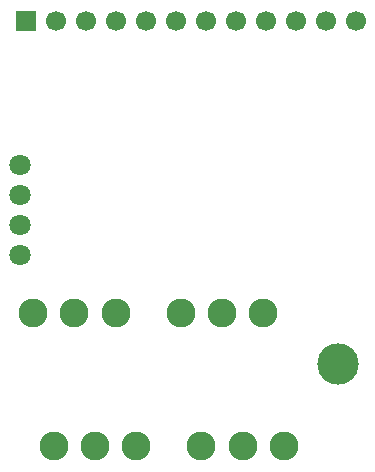
<source format=gbr>
G04 DipTrace 4.0.0.2*
G04 BottomMask.gbr*
%MOIN*%
G04 #@! TF.FileFunction,Soldermask,Bot*
G04 #@! TF.Part,Single*
%ADD28C,0.137795*%
%ADD35C,0.096457*%
%ADD37C,0.070866*%
%ADD39C,0.066929*%
%ADD41R,0.066929X0.066929*%
%FSLAX26Y26*%
G04*
G70*
G90*
G75*
G01*
G04 BotMask*
%LPD*%
D41*
X473617Y1968504D3*
D39*
X573617D3*
X673617D3*
X773617D3*
X873617D3*
X973617D3*
X1073617D3*
X1173617D3*
X1273608D3*
X1373608D3*
X1473608D3*
X1573608D3*
D28*
X1515748Y826772D3*
D37*
X452756Y1488583D3*
Y1388583D3*
Y1288583D3*
Y1188583D3*
D35*
X497441Y997021D3*
X635236D3*
X773031D3*
X566339Y552139D3*
X704134D3*
X841929D3*
X989567Y997021D3*
X1127362D3*
X1265157D3*
X1058465Y552139D3*
X1196260D3*
X1334055D3*
M02*

</source>
